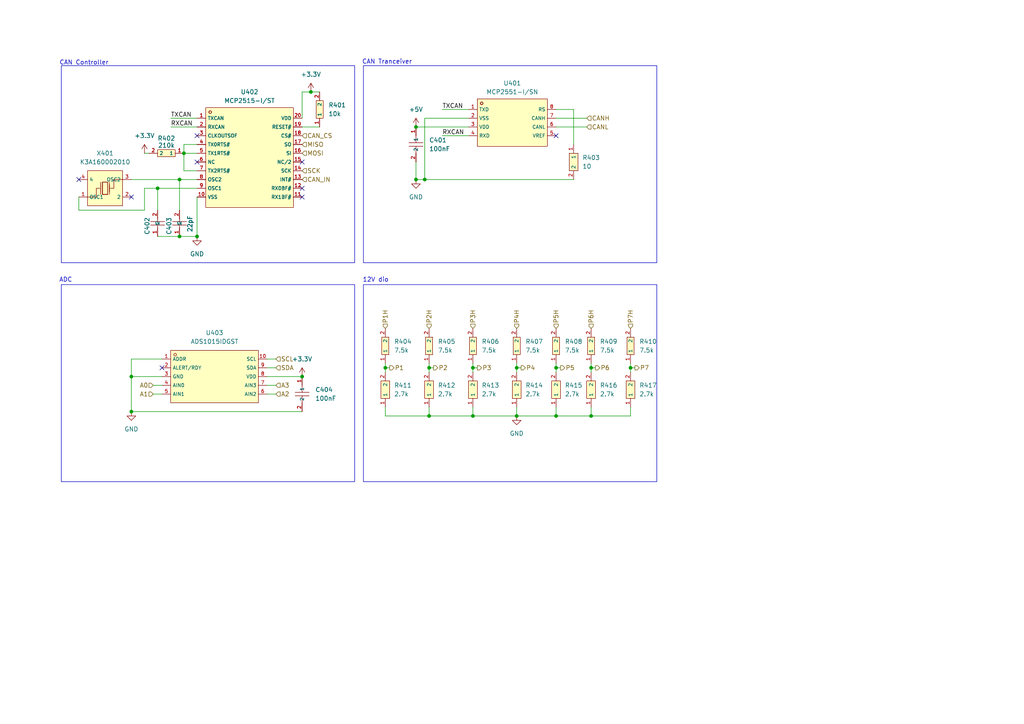
<source format=kicad_sch>
(kicad_sch (version 20231120) (generator "eeschema") (generator_version "8.0")
  (paper "A4")
  (lib_symbols
    (symbol "ADS1015IDGST:ADS1015IDGST"
      (property "Reference" "U" (at 0 1.27 0))
      (property "Value" "ADS1015IDGST" (at 0 -2.54 0))
      (symbol "ADS1015IDGST_0_1"
        (rectangle (start -12.7 7.62) (end 12.7 -7.62) (fill (type background)))
        (circle (center -11.43 6.35) (radius 0.381) (fill (type background)))
        (pin unspecified line (at -15.24 5.08 0) (length 2.54) (name "ADDR") (number "1"))
        (pin unspecified line (at 15.24 5.08 180) (length 2.54) (name "SCL") (number "10"))
        (pin unspecified line (at -15.24 2.54 0) (length 2.54) (name "ALERT/RDY") (number "2"))
        (pin unspecified line (at -15.24 0 0) (length 2.54) (name "GND") (number "3"))
        (pin unspecified line (at -15.24 -2.54 0) (length 2.54) (name "AIN0") (number "4"))
        (pin unspecified line (at -15.24 -5.08 0) (length 2.54) (name "AIN1") (number "5"))
        (pin unspecified line (at 15.24 -5.08 180) (length 2.54) (name "AIN2") (number "6"))
        (pin unspecified line (at 15.24 -2.54 180) (length 2.54) (name "AIN3") (number "7"))
        (pin unspecified line (at 15.24 0 180) (length 2.54) (name "VDD") (number "8"))
        (pin unspecified line (at 15.24 2.54 180) (length 2.54) (name "SDA") (number "9"))
      )
    )
    (symbol "AECR0603F7K50K9:AECR0603F7K50K9"
      (property "Reference" "R" (at 0 1.27 0))
      (property "Value" "AECR0603F7K50K9" (at 0 -2.54 0))
      (symbol "AECR0603F7K50K9_0_1"
        (rectangle (start -2.54 1.016) (end 2.54 -1.016) (fill (type background)))
        (pin unspecified line (at -5.08 0 0) (length 2.54) (name "1") (number "1"))
        (pin unspecified line (at 5.08 0 180) (length 2.54) (name "2") (number "2"))
      )
    )
    (symbol "ARG03FTC2103:ARG03FTC2103"
      (property "Reference" "R" (at 0 1.27 0))
      (property "Value" "ARG03FTC2103" (at 0 -2.54 0))
      (symbol "ARG03FTC2103_0_1"
        (rectangle (start -2.54 1.016) (end 2.54 -1.016) (fill (type background)))
        (pin unspecified line (at -5.08 0 0) (length 2.54) (name "1") (number "1"))
        (pin unspecified line (at 5.08 0 180) (length 2.54) (name "2") (number "2"))
      )
    )
    (symbol "CC0603JRNPO9BN220:CC0603JRNPO9BN220"
      (property "Reference" "C" (at 0 1.27 0))
      (property "Value" "CC0603JRNPO9BN220" (at 0 -2.54 0))
      (symbol "CC0603JRNPO9BN220_0_1"
        (polyline (pts (xy -1.27 0) (xy -0.508 0)))
        (polyline (pts (xy -0.508 2.032) (xy -0.508 -2.032)))
        (polyline (pts (xy 0.508 0) (xy 1.27 0)))
        (polyline (pts (xy 0.508 2.032) (xy 0.508 -2.032)))
        (pin input line (at -3.81 0 0) (length 2.54) (name "1") (number "1"))
        (pin input line (at 3.81 0 180) (length 2.54) (name "2") (number "2"))
      )
    )
    (symbol "CC0603KRX7R9BB104:CC0603KRX7R9BB104"
      (property "Reference" "C" (at 0 1.27 0))
      (property "Value" "CC0603KRX7R9BB104" (at 0 -2.54 0))
      (symbol "CC0603KRX7R9BB104_0_1"
        (polyline (pts (xy -0.508 -2.032) (xy -0.508 2.032)))
        (polyline (pts (xy -0.508 0) (xy -2.54 0)))
        (polyline (pts (xy 0.508 2.032) (xy 0.508 -2.032)))
        (polyline (pts (xy 2.54 0) (xy 0.508 0)))
        (pin unspecified line (at -5.08 0 0) (length 2.54) (name "1") (number "1"))
        (pin unspecified line (at 5.08 0 180) (length 2.54) (name "2") (number "2"))
      )
    )
    (symbol "ERJ3GEYJ100V:ERJ3GEYJ100V"
      (property "Reference" "R" (at 0 1.27 0))
      (property "Value" "ERJ3GEYJ100V" (at 0 -2.54 0))
      (symbol "ERJ3GEYJ100V_0_1"
        (rectangle (start -2.54 1.27) (end 2.54 -1.27) (fill (type background)))
        (pin unspecified line (at -5.08 0 0) (length 2.54) (name "1") (number "1"))
        (pin unspecified line (at 5.08 0 180) (length 2.54) (name "2") (number "2"))
      )
    )
    (symbol "K3A160002010:K3A160002010"
      (property "Reference" "X" (at 0 1.27 0))
      (property "Value" "K3A160002010" (at 0 -2.54 0))
      (symbol "K3A160002010_0_1"
        (rectangle (start -5.08 5.08) (end 5.08 -5.08) (fill (type background)))
        (polyline (pts (xy -1.27 -1.778) (xy -1.27 1.778)))
        (polyline (pts (xy -1.27 -1.016) (xy -1.27 1.016)))
        (polyline (pts (xy 0.762 -1.778) (xy -0.762 -1.778)))
        (polyline (pts (xy 1.27 -1.778) (xy 1.27 1.778)))
        (polyline (pts (xy 1.27 -1.016) (xy 1.27 1.016)))
        (polyline (pts (xy -5.08 -2.54) (xy -2.54 -2.54) (xy -2.54 0) (xy -1.524 0)))
        (polyline (pts (xy -0.762 -1.778) (xy -0.762 1.778) (xy 0.762 1.778) (xy 0.762 -1.778)))
        (polyline (pts (xy 5.08 2.54) (xy 2.54 2.54) (xy 2.54 0) (xy 1.524 0)))
        (polyline (pts (xy 0.762 1.778) (xy 0.762 -1.778) (xy -0.762 -1.778) (xy -0.762 1.778) (xy 0.762 1.778)))
        (pin unspecified line (at -7.62 -2.54 0) (length 2.54) (name "OSC1") (number "1"))
        (pin unspecified line (at 7.62 -2.54 180) (length 2.54) (name "2") (number "2"))
        (pin unspecified line (at 7.62 2.54 180) (length 2.54) (name "OSC2") (number "3"))
        (pin unspecified line (at -7.62 2.54 0) (length 2.54) (name "4") (number "4"))
      )
    )
    (symbol "MCP2515-I/ST:MCP2515-I/ST"
      (property "Reference" "U" (at 0 1.27 0))
      (property "Value" "MCP2515-I{slash}ST" (at 0 -2.54 0))
      (symbol "MCP2515-I/ST_0_1"
        (rectangle (start -12.7 14.478) (end 12.7 -14.478) (fill (type background)))
        (circle (center -11.43 13.208) (radius 0.381) (fill (type background)))
        (circle (center -11.43 13.208) (radius 0.381) (fill (type background)))
        (pin unspecified line (at -15.24 11.43 0) (length 2.54) (name "TXCAN") (number "1"))
        (pin unspecified line (at -15.24 -11.43 0) (length 2.54) (name "VSS") (number "10"))
        (pin unspecified line (at 15.24 -11.43 180) (length 2.54) (name "RX1BF#") (number "11"))
        (pin unspecified line (at 15.24 -8.89 180) (length 2.54) (name "RX0BF#") (number "12"))
        (pin unspecified line (at 15.24 -6.35 180) (length 2.54) (name "INT#") (number "13"))
        (pin unspecified line (at 15.24 -3.81 180) (length 2.54) (name "SCK") (number "14"))
        (pin unspecified line (at 15.24 -1.27 180) (length 2.54) (name "NC/2") (number "15"))
        (pin unspecified line (at 15.24 1.27 180) (length 2.54) (name "SI") (number "16"))
        (pin unspecified line (at 15.24 3.81 180) (length 2.54) (name "SO") (number "17"))
        (pin unspecified line (at 15.24 6.35 180) (length 2.54) (name "CS#") (number "18"))
        (pin unspecified line (at 15.24 8.89 180) (length 2.54) (name "RESET#") (number "19"))
        (pin unspecified line (at -15.24 8.89 0) (length 2.54) (name "RXCAN") (number "2"))
        (pin unspecified line (at 15.24 11.43 180) (length 2.54) (name "VDD") (number "20"))
        (pin unspecified line (at -15.24 6.35 0) (length 2.54) (name "CLKOUTSOF") (number "3"))
        (pin unspecified line (at -15.24 3.81 0) (length 2.54) (name "TX0RTS#") (number "4"))
        (pin unspecified line (at -15.24 1.27 0) (length 2.54) (name "TX1RTS#") (number "5"))
        (pin unspecified line (at -15.24 -1.27 0) (length 2.54) (name "NC") (number "6"))
        (pin unspecified line (at -15.24 -3.81 0) (length 2.54) (name "TX2RTS#") (number "7"))
        (pin unspecified line (at -15.24 -6.35 0) (length 2.54) (name "OSC2") (number "8"))
        (pin unspecified line (at -15.24 -8.89 0) (length 2.54) (name "OSC1") (number "9"))
      )
    )
    (symbol "MCP2551-I/SN:MCP2551-I/SN"
      (property "Reference" "U" (at 0 1.27 0))
      (property "Value" "MCP2551-I{slash}SN" (at 0 -2.54 0))
      (symbol "MCP2551-I/SN_0_1"
        (rectangle (start -10.16 6.858) (end 10.16 -6.858) (fill (type background)))
        (circle (center -8.89 5.588) (radius 0.381) (fill (type background)))
        (circle (center -8.89 5.588) (radius 0.381) (fill (type background)))
        (pin unspecified line (at -12.7 3.81 0) (length 2.54) (name "TXD") (number "1"))
        (pin unspecified line (at -12.7 1.27 0) (length 2.54) (name "VSS") (number "2"))
        (pin unspecified line (at -12.7 -1.27 0) (length 2.54) (name "VDD") (number "3"))
        (pin unspecified line (at -12.7 -3.81 0) (length 2.54) (name "RXD") (number "4"))
        (pin unspecified line (at 12.7 -3.81 180) (length 2.54) (name "VREF") (number "5"))
        (pin unspecified line (at 12.7 -1.27 180) (length 2.54) (name "CANL") (number "6"))
        (pin unspecified line (at 12.7 1.27 180) (length 2.54) (name "CANH") (number "7"))
        (pin unspecified line (at 12.7 3.81 180) (length 2.54) (name "RS") (number "8"))
      )
    )
    (symbol "RC0603FR-0710KL:RC0603FR-0710KL"
      (property "Reference" "R" (at 0 1.27 0))
      (property "Value" "RC0603FR-0710KL" (at 0 -2.54 0))
      (symbol "RC0603FR-0710KL_0_1"
        (rectangle (start -2.54 1.016) (end 2.54 -1.016) (fill (type background)))
        (pin input line (at -5.08 0 0) (length 2.54) (name "1") (number "1"))
        (pin input line (at 5.08 0 180) (length 2.54) (name "2") (number "2"))
      )
    )
    (symbol "SCR0603J2K7:SCR0603J2K7"
      (property "Reference" "R" (at 0 1.27 0))
      (property "Value" "SCR0603J2K7" (at 0 -2.54 0))
      (symbol "SCR0603J2K7_0_1"
        (rectangle (start -2.54 1.27) (end 2.54 -1.27) (fill (type background)))
        (pin unspecified line (at -5.08 0 0) (length 2.54) (name "1") (number "1"))
        (pin unspecified line (at 5.08 0 180) (length 2.54) (name "2") (number "2"))
      )
    )
    (symbol "power:+3.3V" (power) (pin_numbers hide) (pin_names (offset 0) hide)
      (property "Value" "+3.3V" (at 0 3.556 0))
      (symbol "+3.3V_0_1"
        (polyline (pts (xy -0.762 1.27) (xy 0 2.54)))
        (polyline (pts (xy 0 0) (xy 0 2.54)))
        (polyline (pts (xy 0 2.54) (xy 0.762 1.27)))
      )
      (symbol "+3.3V_1_1"
        (pin power_in line (at 0 0 90) (length 0) (name "~") (number "1"))
      )
    )
    (symbol "power:+5V" (power) (pin_numbers hide) (pin_names (offset 0) hide)
      (property "Value" "+5V" (at 0 3.556 0))
      (symbol "+5V_0_1"
        (polyline (pts (xy -0.762 1.27) (xy 0 2.54)))
        (polyline (pts (xy 0 0) (xy 0 2.54)))
        (polyline (pts (xy 0 2.54) (xy 0.762 1.27)))
      )
      (symbol "+5V_1_1"
        (pin power_in line (at 0 0 90) (length 0) (name "~") (number "1"))
      )
    )
    (symbol "power:GND" (power) (pin_numbers hide) (pin_names (offset 0) hide)
      (property "Value" "GND" (at 0 -3.81 0))
      (symbol "GND_0_1"
        (polyline (pts (xy 0 0) (xy 0 -1.27) (xy 1.27 -1.27) (xy 0 -2.54) (xy -1.27 -1.27) (xy 0 -1.27)))
      )
      (symbol "GND_1_1"
        (pin power_in line (at 0 0 270) (length 0) (name "~") (number "1"))
      )
    )
  )
  (junction (at 182.88 106.68))
  (junction (at 137.16 120.65))
  (junction (at 120.65 52.07))
  (junction (at 120.65 36.83))
  (junction (at 53.34 44.45))
  (junction (at 87.63 109.22))
  (junction (at 124.46 120.65))
  (junction (at 149.86 106.68))
  (junction (at 171.45 120.65))
  (junction (at 52.07 68.58))
  (junction (at 111.76 106.68))
  (junction (at 161.29 120.65))
  (junction (at 123.19 52.07))
  (junction (at 171.45 106.68))
  (junction (at 90.17 26.67))
  (junction (at 161.29 106.68))
  (junction (at 149.86 120.65))
  (junction (at 52.07 52.07))
  (junction (at 57.15 68.58))
  (junction (at 137.16 106.68))
  (junction (at 38.1 109.22))
  (junction (at 45.72 54.61))
  (junction (at 38.1 119.38))
  (junction (at 124.46 106.68))
  (no_connect (at 46.99 106.68))
  (no_connect (at 57.15 39.37))
  (no_connect (at 57.15 46.99))
  (no_connect (at 161.29 39.37))
  (no_connect (at 38.1 57.15))
  (no_connect (at 87.63 57.15))
  (no_connect (at 22.86 52.07))
  (no_connect (at 87.63 54.61))
  (no_connect (at 87.63 46.99))
  (wire (pts (xy 149.86 106.68) (xy 149.86 107.95)))
  (wire (pts (xy 22.86 60.96) (xy 41.91 60.96)))
  (wire (pts (xy 171.45 105.41) (xy 171.45 106.68)))
  (wire (pts (xy 149.86 120.65) (xy 137.16 120.65)))
  (wire (pts (xy 137.16 106.68) (xy 137.16 107.95)))
  (wire (pts (xy 124.46 106.68) (xy 125.73 106.68)))
  (wire (pts (xy 77.47 106.68) (xy 80.01 106.68)))
  (wire (pts (xy 124.46 120.65) (xy 137.16 120.65)))
  (wire (pts (xy 45.72 54.61) (xy 45.72 60.96)))
  (wire (pts (xy 53.34 41.91) (xy 53.34 44.45)))
  (wire (pts (xy 149.86 120.65) (xy 161.29 120.65)))
  (wire (pts (xy 111.76 118.11) (xy 111.76 120.65)))
  (wire (pts (xy 41.91 54.61) (xy 45.72 54.61)))
  (wire (pts (xy 124.46 118.11) (xy 124.46 120.65)))
  (wire (pts (xy 128.27 39.37) (xy 135.89 39.37)))
  (wire (pts (xy 111.76 120.65) (xy 124.46 120.65)))
  (wire (pts (xy 149.86 120.65) (xy 149.86 118.11)))
  (wire (pts (xy 53.34 44.45) (xy 57.15 44.45)))
  (wire (pts (xy 38.1 119.38) (xy 38.1 109.22)))
  (wire (pts (xy 77.47 104.14) (xy 80.01 104.14)))
  (wire (pts (xy 57.15 49.53) (xy 53.34 49.53)))
  (wire (pts (xy 90.17 26.67) (xy 92.71 26.67)))
  (wire (pts (xy 38.1 104.14) (xy 38.1 109.22)))
  (wire (pts (xy 166.37 31.75) (xy 161.29 31.75)))
  (wire (pts (xy 137.16 106.68) (xy 137.16 105.41)))
  (wire (pts (xy 124.46 105.41) (xy 124.46 106.68)))
  (wire (pts (xy 38.1 52.07) (xy 52.07 52.07)))
  (wire (pts (xy 138.43 106.68) (xy 137.16 106.68)))
  (wire (pts (xy 161.29 106.68) (xy 162.56 106.68)))
  (wire (pts (xy 111.76 105.41) (xy 111.76 106.68)))
  (wire (pts (xy 120.65 52.07) (xy 120.65 46.99)))
  (wire (pts (xy 137.16 118.11) (xy 137.16 120.65)))
  (wire (pts (xy 87.63 36.83) (xy 92.71 36.83)))
  (wire (pts (xy 149.86 106.68) (xy 151.13 106.68)))
  (wire (pts (xy 22.86 57.15) (xy 22.86 60.96)))
  (wire (pts (xy 120.65 36.83) (xy 135.89 36.83)))
  (wire (pts (xy 171.45 120.65) (xy 182.88 120.65)))
  (wire (pts (xy 46.99 104.14) (xy 38.1 104.14)))
  (wire (pts (xy 161.29 120.65) (xy 161.29 118.11)))
  (wire (pts (xy 49.53 34.29) (xy 57.15 34.29)))
  (wire (pts (xy 45.72 54.61) (xy 57.15 54.61)))
  (wire (pts (xy 182.88 120.65) (xy 182.88 118.11)))
  (wire (pts (xy 171.45 106.68) (xy 171.45 107.95)))
  (wire (pts (xy 52.07 68.58) (xy 57.15 68.58)))
  (wire (pts (xy 77.47 111.76) (xy 80.01 111.76)))
  (wire (pts (xy 52.07 52.07) (xy 57.15 52.07)))
  (wire (pts (xy 123.19 34.29) (xy 123.19 52.07)))
  (wire (pts (xy 111.76 106.68) (xy 113.03 106.68)))
  (wire (pts (xy 57.15 41.91) (xy 53.34 41.91)))
  (wire (pts (xy 87.63 34.29) (xy 87.63 26.67)))
  (wire (pts (xy 77.47 109.22) (xy 87.63 109.22)))
  (wire (pts (xy 53.34 49.53) (xy 53.34 44.45)))
  (wire (pts (xy 161.29 36.83) (xy 170.18 36.83)))
  (wire (pts (xy 161.29 120.65) (xy 171.45 120.65)))
  (wire (pts (xy 49.53 36.83) (xy 57.15 36.83)))
  (wire (pts (xy 38.1 109.22) (xy 46.99 109.22)))
  (wire (pts (xy 166.37 41.91) (xy 166.37 31.75)))
  (wire (pts (xy 161.29 106.68) (xy 161.29 107.95)))
  (wire (pts (xy 111.76 106.68) (xy 111.76 107.95)))
  (wire (pts (xy 41.91 44.45) (xy 43.18 44.45)))
  (wire (pts (xy 135.89 34.29) (xy 123.19 34.29)))
  (wire (pts (xy 87.63 119.38) (xy 38.1 119.38)))
  (wire (pts (xy 124.46 106.68) (xy 124.46 107.95)))
  (wire (pts (xy 52.07 52.07) (xy 52.07 60.96)))
  (wire (pts (xy 128.27 31.75) (xy 135.89 31.75)))
  (wire (pts (xy 171.45 106.68) (xy 172.72 106.68)))
  (wire (pts (xy 57.15 68.58) (xy 57.15 57.15)))
  (wire (pts (xy 44.45 111.76) (xy 46.99 111.76)))
  (wire (pts (xy 87.63 26.67) (xy 90.17 26.67)))
  (wire (pts (xy 44.45 114.3) (xy 46.99 114.3)))
  (wire (pts (xy 149.86 105.41) (xy 149.86 106.68)))
  (wire (pts (xy 123.19 52.07) (xy 120.65 52.07)))
  (wire (pts (xy 182.88 106.68) (xy 184.15 106.68)))
  (wire (pts (xy 161.29 105.41) (xy 161.29 106.68)))
  (wire (pts (xy 77.47 114.3) (xy 80.01 114.3)))
  (wire (pts (xy 45.72 68.58) (xy 52.07 68.58)))
  (wire (pts (xy 182.88 106.68) (xy 182.88 107.95)))
  (wire (pts (xy 171.45 120.65) (xy 171.45 118.11)))
  (wire (pts (xy 166.37 52.07) (xy 123.19 52.07)))
  (wire (pts (xy 182.88 105.41) (xy 182.88 106.68)))
  (wire (pts (xy 41.91 60.96) (xy 41.91 54.61)))
  (wire (pts (xy 161.29 34.29) (xy 170.18 34.29)))
  (rectangle (start 17.78 19.05) (end 102.87 76.2))
  (rectangle (start 105.41 82.55) (end 190.5 139.7))
  (rectangle (start 17.78 82.55) (end 102.87 139.7))
  (rectangle (start 105.41 19.05) (end 190.5 76.2))
  (text "ADC" (at 19.05 81.28 0) (effects (font (size 1.27 1.27))))
  (text "CAN Tranceiver\n" (at 112.268 18.034 0) (effects (font (size 1.27 1.27))))
  (text "12V dio\n" (at 108.966 81.28 0) (effects (font (size 1.27 1.27))))
  (text "CAN Controller\n" (at 24.384 18.288 0) (effects (font (size 1.27 1.27))))
  (label "RXCAN" (at 128.27 39.37 0))
  (label "TXCAN" (at 49.53 34.29 0))
  (label "RXCAN" (at 49.53 36.83 0))
  (label "TXCAN" (at 128.27 31.75 0))
  (hierarchical_label "P2H" (shape input) (at 124.46 95.25 90))
  (hierarchical_label "SCL" (shape input) (at 80.01 104.14 0))
  (hierarchical_label "P6" (shape output) (at 172.72 106.68 0))
  (hierarchical_label "P7H" (shape input) (at 182.88 95.25 90))
  (hierarchical_label "A1" (shape input) (at 44.45 114.3 180))
  (hierarchical_label "CANH" (shape input) (at 170.18 34.29 0))
  (hierarchical_label "P2" (shape output) (at 125.73 106.68 0))
  (hierarchical_label "CAN_IN" (shape input) (at 87.63 52.07 0))
  (hierarchical_label "P3H" (shape input) (at 137.16 95.25 90))
  (hierarchical_label "A2" (shape input) (at 80.01 114.3 0))
  (hierarchical_label "SCK" (shape input) (at 87.63 49.53 0))
  (hierarchical_label "CAN_CS" (shape input) (at 87.63 39.37 0))
  (hierarchical_label "CANL" (shape input) (at 170.18 36.83 0))
  (hierarchical_label "A0" (shape input) (at 44.45 111.76 180))
  (hierarchical_label "SDA" (shape input) (at 80.01 106.68 0))
  (hierarchical_label "P3" (shape output) (at 138.43 106.68 0))
  (hierarchical_label "P4H" (shape input) (at 149.86 95.25 90))
  (hierarchical_label "P6H" (shape input) (at 171.45 95.25 90))
  (hierarchical_label "P1" (shape output) (at 113.03 106.68 0))
  (hierarchical_label "MOSI" (shape input) (at 87.63 44.45 0))
  (hierarchical_label "MISO" (shape input) (at 87.63 41.91 0))
  (hierarchical_label "P7" (shape output) (at 184.15 106.68 0))
  (hierarchical_label "P5H" (shape input) (at 161.29 95.25 90))
  (hierarchical_label "P5" (shape output) (at 162.56 106.68 0))
  (hierarchical_label "A3" (shape input) (at 80.01 111.76 0))
  (hierarchical_label "P1H" (shape input) (at 111.76 95.25 90))
  (hierarchical_label "P4" (shape output) (at 151.13 106.68 0))
  (symbol (lib_id "power:GND") (at 120.65 52.07 0) (unit 1)
    (property "Reference" "#PWR0404" (effects (hide yes)))
    (property "Value" "GND" (at 120.65 57.15 0))
    (property "Description" "Power symbol creates a global label with name \"GND\" , ground" (effects (hide yes)))
  )
  (symbol (lib_id "power:GND") (at 38.1 119.38 0) (unit 1)
    (property "Reference" "#PWR0407" (effects (hide yes)))
    (property "Value" "GND" (at 38.1 124.46 0))
    (property "Description" "Power symbol creates a global label with name \"GND\" , ground" (effects (hide yes)))
  )
  (symbol (lib_id "ADS1015IDGST:ADS1015IDGST") (at 62.23 109.22 0) (unit 1)
    (property "Reference" "U403" (at 62.23 96.52 0))
    (property "Value" "ADS1015IDGST" (at 62.23 99.06 0))
    (property "Footprint" "footprint:VSSOP-10_L3.0-W3.0-P0.50-LS4.9-BL" (effects (hide yes)))
    (property "Datasheet" "https://item.szlcsc.com/202966.html" (effects (hide yes)))
    (property "LCSC" "C701606" (effects (hide yes)))
  )
  (symbol (lib_id "MCP2515-I/ST:MCP2515-I/ST") (at 72.39 45.72 0) (unit 1)
    (property "Reference" "U402" (at 72.39 26.67 0))
    (property "Value" "MCP2515-I/ST" (at 72.39 29.21 0))
    (property "Footprint" "footprint:TSSOP-20_L6.5-W4.4-P0.65-LS6.4-BL" (effects (hide yes)))
    (property "Datasheet" "https://item.szlcsc.com/8600.html" (effects (hide yes)))
    (property "LCSC" "C15193" (effects (hide yes)))
  )
  (symbol (lib_id "RC0603FR-0710KL:RC0603FR-0710KL") (at 92.71 31.75 90) (unit 1)
    (property "Reference" "R401" (at 95.25 30.4799 90) (effects (justify right)))
    (property "Value" "10k" (at 95.25 33.0199 90) (effects (justify right)))
    (property "Footprint" "footprint:R0603" (effects (hide yes)))
    (property "Datasheet" "https://www.mouser.in/datasheet/2/447/PYu_RT_1_to_0_01_RoHS_L_11-1669912.pdf" (effects (hide yes)))
    (property "LCSC" "C98220" (effects (hide yes)))
  )
  (symbol (lib_id "power:GND") (at 149.86 120.65 0) (unit 1)
    (property "Reference" "#PWR0408" (effects (hide yes)))
    (property "Value" "GND" (at 149.86 125.73 0))
    (property "Description" "Power symbol creates a global label with name \"GND\" , ground" (effects (hide yes)))
  )
  (symbol (lib_id "AECR0603F7K50K9:AECR0603F7K50K9") (at 161.29 100.33 90) (unit 1)
    (property "Reference" "R408" (at 163.83 99.0599 90) (effects (justify right)))
    (property "Value" "7.5k" (at 163.83 101.5999 90) (effects (justify right)))
    (property "Footprint" "footprint:R0603" (effects (hide yes)))
    (property "Datasheet" "https://www.mouser.in/datasheet/2/447/PYu_RT_1_to_0_01_RoHS_L_11-1669912.pdf" (effects (hide yes)))
    (property "LCSC" "C328377" (effects (hide yes)))
  )
  (symbol (lib_id "CC0603KRX7R9BB104:CC0603KRX7R9BB104") (at 87.63 114.3 270) (unit 1)
    (property "Reference" "C404" (at 91.44 113.0299 90) (effects (justify left)))
    (property "Value" "100nF" (at 91.44 115.5699 90) (effects (justify left)))
    (property "Footprint" "footprint:C0603" (effects (hide yes)))
    (property "Datasheet" "https://item.szlcsc.com/362304.html" (effects (hide yes)))
    (property "LCSC" "C14663" (effects (hide yes)))
  )
  (symbol (lib_id "power:GND") (at 57.15 68.58 0) (unit 1)
    (property "Reference" "#PWR0405" (effects (hide yes)))
    (property "Value" "GND" (at 57.15 73.66 0))
    (property "Description" "Power symbol creates a global label with name \"GND\" , ground" (effects (hide yes)))
  )
  (symbol (lib_id "SCR0603J2K7:SCR0603J2K7") (at 149.86 113.03 90) (unit 1)
    (property "Reference" "R414" (at 152.4 111.7599 90) (effects (justify right)))
    (property "Value" "2.7k" (at 152.4 114.2999 90) (effects (justify right)))
    (property "Footprint" "footprint:R0603" (effects (hide yes)))
    (property "Datasheet" "https://www.mouser.in/datasheet/2/447/PYu_RT_1_to_0_01_RoHS_L_11-1669912.pdf" (effects (hide yes)))
    (property "LCSC" "C3017728" (effects (hide yes)))
  )
  (symbol (lib_id "AECR0603F7K50K9:AECR0603F7K50K9") (at 149.86 100.33 90) (unit 1)
    (property "Reference" "R407" (at 152.4 99.0599 90) (effects (justify right)))
    (property "Value" "7.5k" (at 152.4 101.5999 90) (effects (justify right)))
    (property "Footprint" "footprint:R0603" (effects (hide yes)))
    (property "Datasheet" "https://www.mouser.in/datasheet/2/447/PYu_RT_1_to_0_01_RoHS_L_11-1669912.pdf" (effects (hide yes)))
    (property "LCSC" "C328377" (effects (hide yes)))
  )
  (symbol (lib_id "SCR0603J2K7:SCR0603J2K7") (at 137.16 113.03 90) (unit 1)
    (property "Reference" "R413" (at 139.7 111.7599 90) (effects (justify right)))
    (property "Value" "2.7k" (at 139.7 114.2999 90) (effects (justify right)))
    (property "Footprint" "footprint:R0603" (effects (hide yes)))
    (property "Datasheet" "https://www.mouser.in/datasheet/2/447/PYu_RT_1_to_0_01_RoHS_L_11-1669912.pdf" (effects (hide yes)))
    (property "LCSC" "C3017728" (effects (hide yes)))
  )
  (symbol (lib_id "K3A160002010:K3A160002010") (at 30.48 54.61 0) (unit 1)
    (property "Reference" "X401" (at 30.48 44.45 0))
    (property "Value" "K3A160002010" (at 30.48 46.99 0))
    (property "Footprint" "footprint:CRYSTAL-SMD_4P-L3.2-W2.5-BL" (effects (hide yes)))
    (property "Datasheet" "https://item.szlcsc.com/15866.html" (effects (hide yes)))
    (property "LCSC" "C368736" (effects (hide yes)))
  )
  (symbol (lib_id "power:+5V") (at 120.65 36.83 0) (unit 1)
    (property "Reference" "#PWR0402" (effects (hide yes)))
    (property "Value" "+5V" (at 120.65 31.75 0))
    (property "Description" "Power symbol creates a global label with name \"+5V\"" (effects (hide yes)))
  )
  (symbol (lib_id "CC0603JRNPO9BN220:CC0603JRNPO9BN220") (at 52.07 64.77 90) (unit 1)
    (property "Reference" "C403" (at 49.022 62.992 0) (effects (justify right)))
    (property "Value" "22pF" (at 55.1179 62.484 0) (effects (justify right)))
    (property "Footprint" "footprint:C0603" (effects (hide yes)))
    (property "Datasheet" "https://item.szlcsc.com/362304.html" (effects (hide yes)))
    (property "LCSC" "C105620" (effects (hide yes)))
  )
  (symbol (lib_id "AECR0603F7K50K9:AECR0603F7K50K9") (at 124.46 100.33 90) (unit 1)
    (property "Reference" "R405" (at 127 99.0599 90) (effects (justify right)))
    (property "Value" "7.5k" (at 127 101.5999 90) (effects (justify right)))
    (property "Footprint" "footprint:R0603" (effects (hide yes)))
    (property "Datasheet" "https://www.mouser.in/datasheet/2/447/PYu_RT_1_to_0_01_RoHS_L_11-1669912.pdf" (effects (hide yes)))
    (property "LCSC" "C328377" (effects (hide yes)))
  )
  (symbol (lib_id "ARG03FTC2103:ARG03FTC2103") (at 48.26 44.45 180) (unit 1)
    (property "Reference" "R402" (at 48.26 40.132 0))
    (property "Value" "210k" (at 48.26 42.164 0))
    (property "Footprint" "footprint:R0603" (effects (hide yes)))
    (property "Datasheet" "https://www.mouser.in/datasheet/2/447/PYu_RT_1_to_0_01_RoHS_L_11-1669912.pdf" (effects (hide yes)))
    (property "LCSC" "C217875" (effects (hide yes)))
  )
  (symbol (lib_id "AECR0603F7K50K9:AECR0603F7K50K9") (at 171.45 100.33 90) (unit 1)
    (property "Reference" "R409" (at 173.99 99.0599 90) (effects (justify right)))
    (property "Value" "7.5k" (at 173.99 101.5999 90) (effects (justify right)))
    (property "Footprint" "footprint:R0603" (effects (hide yes)))
    (property "Datasheet" "https://www.mouser.in/datasheet/2/447/PYu_RT_1_to_0_01_RoHS_L_11-1669912.pdf" (effects (hide yes)))
    (property "LCSC" "C328377" (effects (hide yes)))
  )
  (symbol (lib_id "CC0603KRX7R9BB104:CC0603KRX7R9BB104") (at 120.65 41.91 270) (unit 1)
    (property "Reference" "C401" (at 124.46 40.6399 90) (effects (justify left)))
    (property "Value" "100nF" (at 124.46 43.1799 90) (effects (justify left)))
    (property "Footprint" "footprint:C0603" (effects (hide yes)))
    (property "Datasheet" "https://item.szlcsc.com/362304.html" (effects (hide yes)))
    (property "LCSC" "C14663" (effects (hide yes)))
  )
  (symbol (lib_id "SCR0603J2K7:SCR0603J2K7") (at 182.88 113.03 90) (unit 1)
    (property "Reference" "R417" (at 185.42 111.7599 90) (effects (justify right)))
    (property "Value" "2.7k" (at 185.42 114.2999 90) (effects (justify right)))
    (property "Footprint" "footprint:R0603" (effects (hide yes)))
    (property "Datasheet" "https://www.mouser.in/datasheet/2/447/PYu_RT_1_to_0_01_RoHS_L_11-1669912.pdf" (effects (hide yes)))
    (property "LCSC" "C3017728" (effects (hide yes)))
  )
  (symbol (lib_id "AECR0603F7K50K9:AECR0603F7K50K9") (at 137.16 100.33 90) (unit 1)
    (property "Reference" "R406" (at 139.7 99.0599 90) (effects (justify right)))
    (property "Value" "7.5k" (at 139.7 101.5999 90) (effects (justify right)))
    (property "Footprint" "footprint:R0603" (effects (hide yes)))
    (property "Datasheet" "https://www.mouser.in/datasheet/2/447/PYu_RT_1_to_0_01_RoHS_L_11-1669912.pdf" (effects (hide yes)))
    (property "LCSC" "C328377" (effects (hide yes)))
  )
  (symbol (lib_id "SCR0603J2K7:SCR0603J2K7") (at 111.76 113.03 90) (unit 1)
    (property "Reference" "R411" (at 114.3 111.7599 90) (effects (justify right)))
    (property "Value" "2.7k" (at 114.3 114.2999 90) (effects (justify right)))
    (property "Footprint" "footprint:R0603" (effects (hide yes)))
    (property "Datasheet" "https://www.mouser.in/datasheet/2/447/PYu_RT_1_to_0_01_RoHS_L_11-1669912.pdf" (effects (hide yes)))
    (property "LCSC" "C3017728" (effects (hide yes)))
  )
  (symbol (lib_id "power:+3.3V") (at 41.91 44.45 0) (unit 1)
    (property "Reference" "#PWR0403" (effects (hide yes)))
    (property "Value" "+3.3V" (at 41.91 39.37 0))
    (property "Description" "Power symbol creates a global label with name \"+3.3V\"" (effects (hide yes)))
  )
  (symbol (lib_id "ERJ3GEYJ100V:ERJ3GEYJ100V") (at 166.37 46.99 270) (unit 1)
    (property "Reference" "R403" (at 168.91 45.7199 90) (effects (justify left)))
    (property "Value" "10" (at 168.91 48.2599 90) (effects (justify left)))
    (property "Footprint" "footprint:R0603" (effects (hide yes)))
    (property "Datasheet" "https://www.mouser.in/datasheet/2/447/PYu_RT_1_to_0_01_RoHS_L_11-1669912.pdf" (effects (hide yes)))
    (property "LCSC" "C403411" (effects (hide yes)))
  )
  (symbol (lib_id "AECR0603F7K50K9:AECR0603F7K50K9") (at 182.88 100.33 90) (unit 1)
    (property "Reference" "R410" (at 185.42 99.0599 90) (effects (justify right)))
    (property "Value" "7.5k" (at 185.42 101.5999 90) (effects (justify right)))
    (property "Footprint" "footprint:R0603" (effects (hide yes)))
    (property "Datasheet" "https://www.mouser.in/datasheet/2/447/PYu_RT_1_to_0_01_RoHS_L_11-1669912.pdf" (effects (hide yes)))
    (property "LCSC" "C328377" (effects (hide yes)))
  )
  (symbol (lib_id "SCR0603J2K7:SCR0603J2K7") (at 171.45 113.03 90) (unit 1)
    (property "Reference" "R416" (at 173.99 111.7599 90) (effects (justify right)))
    (property "Value" "2.7k" (at 173.99 114.2999 90) (effects (justify right)))
    (property "Footprint" "footprint:R0603" (effects (hide yes)))
    (property "Datasheet" "https://www.mouser.in/datasheet/2/447/PYu_RT_1_to_0_01_RoHS_L_11-1669912.pdf" (effects (hide yes)))
    (property "LCSC" "C3017728" (effects (hide yes)))
  )
  (symbol (lib_id "CC0603JRNPO9BN220:CC0603JRNPO9BN220") (at 45.72 64.77 90) (unit 1)
    (property "Reference" "C402" (at 42.672 62.992 0) (effects (justify right)))
    (property "Value" "22pF" (at 55.118 62.484 0) (effects (justify right)))
    (property "Footprint" "footprint:C0603" (effects (hide yes)))
    (property "Datasheet" "https://item.szlcsc.com/362304.html" (effects (hide yes)))
    (property "LCSC" "C105620" (effects (hide yes)))
  )
  (symbol (lib_id "SCR0603J2K7:SCR0603J2K7") (at 124.46 113.03 90) (unit 1)
    (property "Reference" "R412" (at 127 111.7599 90) (effects (justify right)))
    (property "Value" "2.7k" (at 127 114.2999 90) (effects (justify right)))
    (property "Footprint" "footprint:R0603" (effects (hide yes)))
    (property "Datasheet" "https://www.mouser.in/datasheet/2/447/PYu_RT_1_to_0_01_RoHS_L_11-1669912.pdf" (effects (hide yes)))
    (property "LCSC" "C3017728" (effects (hide yes)))
  )
  (symbol (lib_id "power:+3.3V") (at 90.17 26.67 0) (unit 1)
    (property "Reference" "#PWR0401" (effects (hide yes)))
    (property "Value" "+3.3V" (at 90.17 21.59 0))
    (property "Description" "Power symbol creates a global label with name \"+3.3V\"" (effects (hide yes)))
  )
  (symbol (lib_id "power:+3.3V") (at 87.63 109.22 0) (unit 1)
    (property "Reference" "#PWR0406" (effects (hide yes)))
    (property "Value" "+3.3V" (at 87.63 104.14 0))
    (property "Description" "Power symbol creates a global label with name \"+3.3V\"" (effects (hide yes)))
  )
  (symbol (lib_id "AECR0603F7K50K9:AECR0603F7K50K9") (at 111.76 100.33 90) (unit 1)
    (property "Reference" "R404" (at 114.3 99.0599 90) (effects (justify right)))
    (property "Value" "7.5k" (at 114.3 101.5999 90) (effects (justify right)))
    (property "Footprint" "footprint:R0603" (effects (hide yes)))
    (property "Datasheet" "https://www.mouser.in/datasheet/2/447/PYu_RT_1_to_0_01_RoHS_L_11-1669912.pdf" (effects (hide yes)))
    (property "LCSC" "C328377" (effects (hide yes)))
  )
  (symbol (lib_id "SCR0603J2K7:SCR0603J2K7") (at 161.29 113.03 90) (unit 1)
    (property "Reference" "R415" (at 163.83 111.7599 90) (effects (justify right)))
    (property "Value" "2.7k" (at 163.83 114.2999 90) (effects (justify right)))
    (property "Footprint" "footprint:R0603" (effects (hide yes)))
    (property "Datasheet" "https://www.mouser.in/datasheet/2/447/PYu_RT_1_to_0_01_RoHS_L_11-1669912.pdf" (effects (hide yes)))
    (property "LCSC" "C3017728" (effects (hide yes)))
  )
  (symbol (lib_id "MCP2551-I/SN:MCP2551-I/SN") (at 148.59 35.56 0) (unit 1)
    (property "Reference" "U401" (at 148.59 24.13 0))
    (property "Value" "MCP2551-I/SN" (at 148.59 26.67 0))
    (property "Footprint" "footprint:SOIC-8_L4.9-W3.9-P1.27-LS6.0-BL" (effects (hide yes)))
    (property "Datasheet" "https://so.szlcsc.com/global.html?c=&k=C9843" (effects (hide yes)))
    (property "LCSC" "C7376" (effects (hide yes)))
  )
)
</source>
